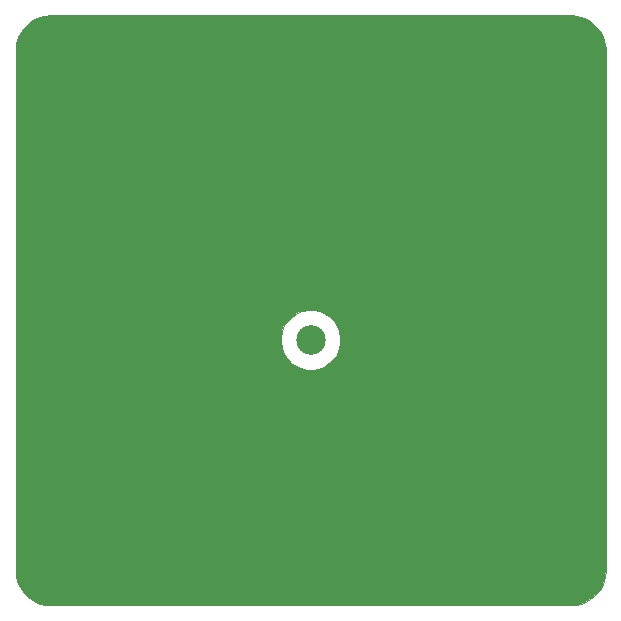
<source format=gbl>
G04 (created by PCBNEW (2013-jul-07)-stable) date Sun 14 Sep 2014 12:52:21 PM EDT*
%MOIN*%
G04 Gerber Fmt 3.4, Leading zero omitted, Abs format*
%FSLAX34Y34*%
G01*
G70*
G90*
G04 APERTURE LIST*
%ADD10C,0.00590551*%
%ADD11R,0.0590551X0.137795*%
%ADD12R,0.019685X0.019685*%
%ADD13C,0.0984252*%
%ADD14C,0.035*%
%ADD15C,0.01*%
%ADD16C,0.0019685*%
G04 APERTURE END LIST*
G54D10*
G54D11*
X118110Y-68208D03*
G54D12*
X118110Y-69586D03*
G54D13*
X118110Y-69881D03*
G54D14*
X118110Y-59251D03*
X127362Y-59645D03*
X127755Y-68897D03*
X127362Y-78149D03*
X118110Y-78543D03*
X108858Y-78149D03*
X108464Y-68897D03*
X108858Y-59645D03*
X117618Y-68799D03*
X117027Y-69389D03*
X117027Y-70374D03*
X117618Y-70964D03*
X118602Y-70964D03*
X119192Y-70374D03*
X119192Y-69389D03*
X118602Y-68799D03*
G54D15*
X118110Y-68208D02*
X118110Y-59251D01*
X127362Y-59645D02*
X127559Y-59842D01*
X127559Y-59842D02*
X127559Y-68700D01*
X127559Y-68700D02*
X127755Y-68897D01*
X127362Y-78149D02*
X126968Y-78543D01*
X126968Y-78543D02*
X118110Y-78543D01*
X108858Y-78149D02*
X108464Y-77755D01*
X108464Y-77755D02*
X108464Y-68897D01*
X108858Y-59645D02*
X109251Y-59251D01*
X109251Y-59251D02*
X118110Y-59251D01*
X117027Y-69389D02*
X117618Y-68799D01*
X117618Y-70964D02*
X117027Y-70374D01*
X119192Y-70374D02*
X118602Y-70964D01*
X118602Y-68799D02*
X119192Y-69389D01*
G54D10*
G36*
X127942Y-77558D02*
X127920Y-77787D01*
X127853Y-78007D01*
X127745Y-78209D01*
X127599Y-78387D01*
X127422Y-78532D01*
X127219Y-78641D01*
X127000Y-78707D01*
X126771Y-78730D01*
X119104Y-78730D01*
X119104Y-69784D01*
X119066Y-69593D01*
X118992Y-69412D01*
X118884Y-69250D01*
X118746Y-69112D01*
X118585Y-69003D01*
X118405Y-68927D01*
X118214Y-68888D01*
X118019Y-68887D01*
X117828Y-68923D01*
X117647Y-68996D01*
X117484Y-69103D01*
X117345Y-69239D01*
X117234Y-69400D01*
X117158Y-69579D01*
X117117Y-69770D01*
X117114Y-69965D01*
X117150Y-70157D01*
X117221Y-70338D01*
X117327Y-70502D01*
X117462Y-70642D01*
X117622Y-70753D01*
X117801Y-70831D01*
X117991Y-70873D01*
X118186Y-70877D01*
X118378Y-70843D01*
X118560Y-70773D01*
X118725Y-70669D01*
X118866Y-70534D01*
X118978Y-70375D01*
X119058Y-70197D01*
X119101Y-70007D01*
X119104Y-69784D01*
X119104Y-78730D01*
X109449Y-78730D01*
X109220Y-78707D01*
X109000Y-78641D01*
X108798Y-78532D01*
X108620Y-78387D01*
X108474Y-78209D01*
X108366Y-78007D01*
X108300Y-77787D01*
X108277Y-77558D01*
X108277Y-60236D01*
X108300Y-60007D01*
X108366Y-59788D01*
X108474Y-59585D01*
X108620Y-59408D01*
X108798Y-59262D01*
X109000Y-59154D01*
X109220Y-59087D01*
X109449Y-59064D01*
X126771Y-59064D01*
X127000Y-59087D01*
X127219Y-59154D01*
X127422Y-59262D01*
X127599Y-59408D01*
X127745Y-59585D01*
X127853Y-59788D01*
X127920Y-60007D01*
X127942Y-60236D01*
X127942Y-77558D01*
X127942Y-77558D01*
G37*
G54D16*
X127942Y-77558D02*
X127920Y-77787D01*
X127853Y-78007D01*
X127745Y-78209D01*
X127599Y-78387D01*
X127422Y-78532D01*
X127219Y-78641D01*
X127000Y-78707D01*
X126771Y-78730D01*
X119104Y-78730D01*
X119104Y-69784D01*
X119066Y-69593D01*
X118992Y-69412D01*
X118884Y-69250D01*
X118746Y-69112D01*
X118585Y-69003D01*
X118405Y-68927D01*
X118214Y-68888D01*
X118019Y-68887D01*
X117828Y-68923D01*
X117647Y-68996D01*
X117484Y-69103D01*
X117345Y-69239D01*
X117234Y-69400D01*
X117158Y-69579D01*
X117117Y-69770D01*
X117114Y-69965D01*
X117150Y-70157D01*
X117221Y-70338D01*
X117327Y-70502D01*
X117462Y-70642D01*
X117622Y-70753D01*
X117801Y-70831D01*
X117991Y-70873D01*
X118186Y-70877D01*
X118378Y-70843D01*
X118560Y-70773D01*
X118725Y-70669D01*
X118866Y-70534D01*
X118978Y-70375D01*
X119058Y-70197D01*
X119101Y-70007D01*
X119104Y-69784D01*
X119104Y-78730D01*
X109449Y-78730D01*
X109220Y-78707D01*
X109000Y-78641D01*
X108798Y-78532D01*
X108620Y-78387D01*
X108474Y-78209D01*
X108366Y-78007D01*
X108300Y-77787D01*
X108277Y-77558D01*
X108277Y-60236D01*
X108300Y-60007D01*
X108366Y-59788D01*
X108474Y-59585D01*
X108620Y-59408D01*
X108798Y-59262D01*
X109000Y-59154D01*
X109220Y-59087D01*
X109449Y-59064D01*
X126771Y-59064D01*
X127000Y-59087D01*
X127219Y-59154D01*
X127422Y-59262D01*
X127599Y-59408D01*
X127745Y-59585D01*
X127853Y-59788D01*
X127920Y-60007D01*
X127942Y-60236D01*
X127942Y-77558D01*
M02*

</source>
